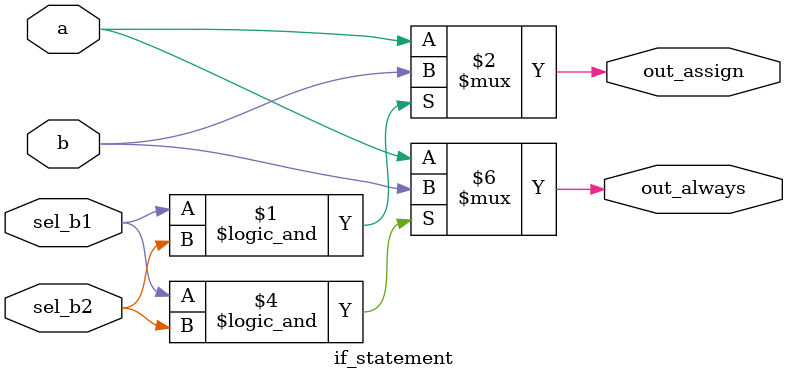
<source format=v>
module if_statement(
    input a,
    input b,
    input sel_b1,
    input sel_b2,
    output wire out_assign,
    output reg out_always   
); 
    assign out_assign = (sel_b1 && sel_b2) ? b : a;
    
    always @(*)begin
        if(sel_b1 && sel_b2)
            out_always = b;
        else
            out_always = a;
    end
endmodule
</source>
